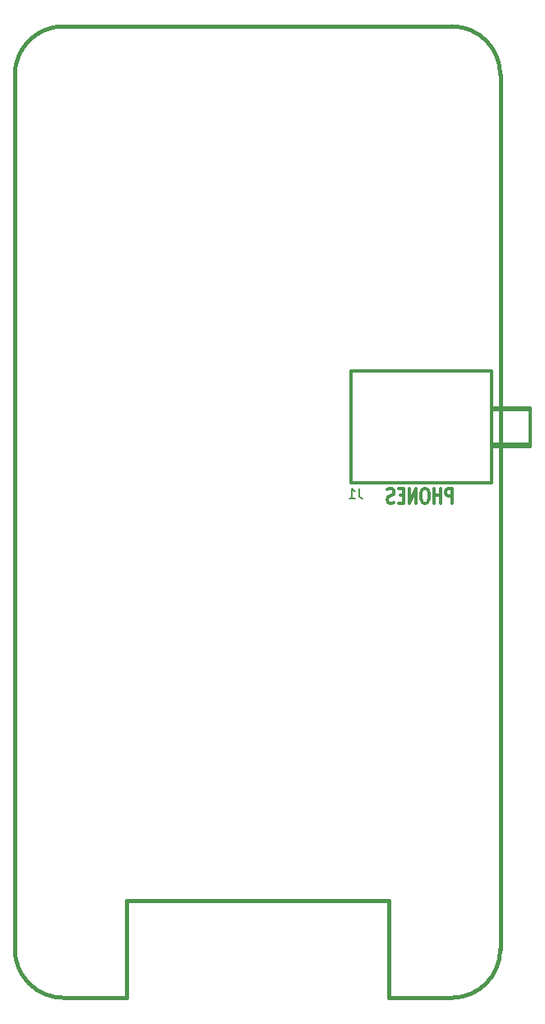
<source format=gbo>
G04 #@! TF.GenerationSoftware,KiCad,Pcbnew,(5.1.0)-1*
G04 #@! TF.CreationDate,2020-07-28T19:28:15+01:00*
G04 #@! TF.ProjectId,Bat_Listener_v4,4261745f-4c69-4737-9465-6e65725f7634,rev?*
G04 #@! TF.SameCoordinates,PX5f21070PY85c0b90*
G04 #@! TF.FileFunction,Legend,Bot*
G04 #@! TF.FilePolarity,Positive*
%FSLAX46Y46*%
G04 Gerber Fmt 4.6, Leading zero omitted, Abs format (unit mm)*
G04 Created by KiCad (PCBNEW (5.1.0)-1) date 2020-07-28 19:28:15*
%MOMM*%
%LPD*%
G04 APERTURE LIST*
%ADD10C,0.381000*%
%ADD11C,0.300000*%
%ADD12C,0.150000*%
G04 APERTURE END LIST*
D10*
X50250000Y5250000D02*
X50250000Y95250000D01*
X38750000Y250000D02*
X45250000Y250000D01*
X38750000Y10250000D02*
X38750000Y250000D01*
X11750000Y10250000D02*
X38750000Y10250000D01*
X11750000Y250000D02*
X11750000Y10250000D01*
X5250000Y250000D02*
X11750000Y250000D01*
X250000Y5250000D02*
G75*
G03X5250000Y250000I5000000J0D01*
G01*
X45250000Y250000D02*
G75*
G03X50250000Y5250000I0J5000000D01*
G01*
X50250000Y95250000D02*
G75*
G03X45250000Y100250000I-5000000J0D01*
G01*
X5250000Y100250000D02*
G75*
G03X250000Y95250000I0J-5000000D01*
G01*
X45250000Y100250000D02*
X5250000Y100250000D01*
X250000Y95250000D02*
X250000Y5250000D01*
D11*
X49370000Y53255000D02*
X34870000Y53255000D01*
X49370000Y64755000D02*
X49370000Y53255000D01*
X34870000Y64755000D02*
X49370000Y64755000D01*
X34870000Y53255000D02*
X34870000Y64755000D01*
X53370000Y60755000D02*
X49370000Y60755000D01*
X53370000Y57255000D02*
X53370000Y60755000D01*
X49370000Y57255000D02*
X53370000Y57255000D01*
X53370000Y61005000D02*
X49370000Y61005000D01*
X53370000Y57005000D02*
X53370000Y61005000D01*
X49370000Y57005000D02*
X53370000Y57005000D01*
D12*
X35711333Y52659620D02*
X35711333Y51945334D01*
X35758952Y51802477D01*
X35854190Y51707239D01*
X35997047Y51659620D01*
X36092285Y51659620D01*
X34711333Y51659620D02*
X35282761Y51659620D01*
X34997047Y51659620D02*
X34997047Y52659620D01*
X35092285Y52516762D01*
X35187523Y52421524D01*
X35282761Y52373905D01*
D11*
X45296285Y51179429D02*
X45296285Y52679429D01*
X44839142Y52679429D01*
X44724857Y52608000D01*
X44667714Y52536572D01*
X44610571Y52393715D01*
X44610571Y52179429D01*
X44667714Y52036572D01*
X44724857Y51965143D01*
X44839142Y51893715D01*
X45296285Y51893715D01*
X44096285Y51179429D02*
X44096285Y52679429D01*
X44096285Y51965143D02*
X43410571Y51965143D01*
X43410571Y51179429D02*
X43410571Y52679429D01*
X42610571Y52679429D02*
X42382000Y52679429D01*
X42267714Y52608000D01*
X42153428Y52465143D01*
X42096285Y52179429D01*
X42096285Y51679429D01*
X42153428Y51393715D01*
X42267714Y51250858D01*
X42382000Y51179429D01*
X42610571Y51179429D01*
X42724857Y51250858D01*
X42839142Y51393715D01*
X42896285Y51679429D01*
X42896285Y52179429D01*
X42839142Y52465143D01*
X42724857Y52608000D01*
X42610571Y52679429D01*
X41582000Y51179429D02*
X41582000Y52679429D01*
X40896285Y51179429D01*
X40896285Y52679429D01*
X40324857Y51965143D02*
X39924857Y51965143D01*
X39753428Y51179429D02*
X40324857Y51179429D01*
X40324857Y52679429D01*
X39753428Y52679429D01*
X39296285Y51250858D02*
X39124857Y51179429D01*
X38839142Y51179429D01*
X38724857Y51250858D01*
X38667714Y51322286D01*
X38610571Y51465143D01*
X38610571Y51608000D01*
X38667714Y51750858D01*
X38724857Y51822286D01*
X38839142Y51893715D01*
X39067714Y51965143D01*
X39182000Y52036572D01*
X39239142Y52108000D01*
X39296285Y52250858D01*
X39296285Y52393715D01*
X39239142Y52536572D01*
X39182000Y52608000D01*
X39067714Y52679429D01*
X38782000Y52679429D01*
X38610571Y52608000D01*
M02*

</source>
